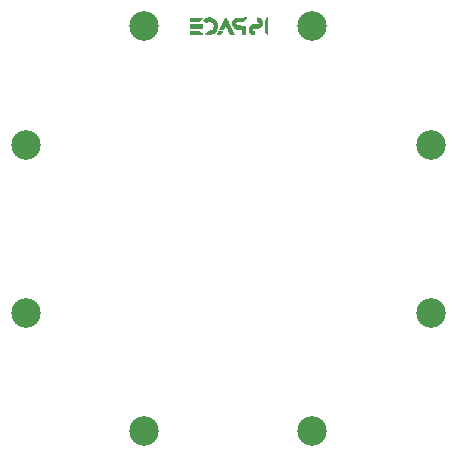
<source format=gbr>
%TF.GenerationSoftware,KiCad,Pcbnew,(5.1.6)-1*%
%TF.CreationDate,2025-07-06T20:41:09+05:30*%
%TF.ProjectId,Project_OAK_HEX_COVER_OUTER_V0,50726f6a-6563-4745-9f4f-414b5f484558,A*%
%TF.SameCoordinates,Original*%
%TF.FileFunction,Soldermask,Bot*%
%TF.FilePolarity,Negative*%
%FSLAX46Y46*%
G04 Gerber Fmt 4.6, Leading zero omitted, Abs format (unit mm)*
G04 Created by KiCad (PCBNEW (5.1.6)-1) date 2025-07-06 20:41:09*
%MOMM*%
%LPD*%
G01*
G04 APERTURE LIST*
%ADD10C,0.010000*%
%ADD11C,2.500000*%
G04 APERTURE END LIST*
D10*
%TO.C,G\u002A\u002A\u002A*%
G36*
X67178767Y-75899433D02*
G01*
X67945778Y-75899433D01*
X68096731Y-75751621D01*
X68247683Y-75603810D01*
X67178767Y-75603100D01*
X67178767Y-75899433D01*
G37*
X67178767Y-75899433D02*
X67945778Y-75899433D01*
X68096731Y-75751621D01*
X68247683Y-75603810D01*
X67178767Y-75603100D01*
X67178767Y-75899433D01*
G36*
X67178767Y-76470933D02*
G01*
X68194767Y-76470933D01*
X68194767Y-76153433D01*
X67178767Y-76153433D01*
X67178767Y-76470933D01*
G37*
X67178767Y-76470933D02*
X68194767Y-76470933D01*
X68194767Y-76153433D01*
X67178767Y-76153433D01*
X67178767Y-76470933D01*
G36*
X67178767Y-77021266D02*
G01*
X67686767Y-77021266D01*
X67846334Y-77021102D01*
X67968530Y-77020355D01*
X68058317Y-77018641D01*
X68120656Y-77015580D01*
X68160508Y-77010788D01*
X68182837Y-77003882D01*
X68192602Y-76994481D01*
X68194767Y-76982202D01*
X68194767Y-76982107D01*
X68179580Y-76950271D01*
X68139376Y-76901480D01*
X68082189Y-76845233D01*
X68069438Y-76833940D01*
X67944109Y-76724933D01*
X67178767Y-76724933D01*
X67178767Y-77021266D01*
G37*
X67178767Y-77021266D02*
X67686767Y-77021266D01*
X67846334Y-77021102D01*
X67968530Y-77020355D01*
X68058317Y-77018641D01*
X68120656Y-77015580D01*
X68160508Y-77010788D01*
X68182837Y-77003882D01*
X68192602Y-76994481D01*
X68194767Y-76982202D01*
X68194767Y-76982107D01*
X68179580Y-76950271D01*
X68139376Y-76901480D01*
X68082189Y-76845233D01*
X68069438Y-76833940D01*
X67944109Y-76724933D01*
X67178767Y-76724933D01*
X67178767Y-77021266D01*
G36*
X68647557Y-75621435D02*
G01*
X68506958Y-75677196D01*
X68401921Y-75751581D01*
X68311183Y-75833114D01*
X68410816Y-75933877D01*
X68464657Y-75986808D01*
X68498624Y-76013311D01*
X68521897Y-76017746D01*
X68543657Y-76004476D01*
X68549174Y-75999594D01*
X68624262Y-75951067D01*
X68719867Y-75915087D01*
X68814431Y-75899557D01*
X68822404Y-75899433D01*
X68932864Y-75919297D01*
X69037148Y-75973830D01*
X69126564Y-76055441D01*
X69192419Y-76156541D01*
X69222816Y-76249050D01*
X69223030Y-76358345D01*
X69187220Y-76465722D01*
X69121248Y-76563104D01*
X69030972Y-76642420D01*
X68922253Y-76695596D01*
X68892656Y-76703913D01*
X68833386Y-76724715D01*
X68760241Y-76759662D01*
X68682654Y-76802963D01*
X68610057Y-76848829D01*
X68551882Y-76891469D01*
X68517561Y-76925093D01*
X68512267Y-76937416D01*
X68531285Y-76955193D01*
X68580498Y-76975429D01*
X68648143Y-76994948D01*
X68722458Y-77010577D01*
X68791681Y-77019142D01*
X68817734Y-77019850D01*
X68898042Y-77011855D01*
X68980126Y-76994196D01*
X68988517Y-76991658D01*
X69103097Y-76947569D01*
X69194928Y-76890950D01*
X69282185Y-76810026D01*
X69301772Y-76788683D01*
X69387787Y-76672868D01*
X69442688Y-76547295D01*
X69469927Y-76402009D01*
X69474431Y-76291016D01*
X69455453Y-76114267D01*
X69400467Y-75958679D01*
X69310523Y-75826003D01*
X69186675Y-75717992D01*
X69100230Y-75667591D01*
X68952673Y-75615613D01*
X68798955Y-75600569D01*
X68647557Y-75621435D01*
G37*
X68647557Y-75621435D02*
X68506958Y-75677196D01*
X68401921Y-75751581D01*
X68311183Y-75833114D01*
X68410816Y-75933877D01*
X68464657Y-75986808D01*
X68498624Y-76013311D01*
X68521897Y-76017746D01*
X68543657Y-76004476D01*
X68549174Y-75999594D01*
X68624262Y-75951067D01*
X68719867Y-75915087D01*
X68814431Y-75899557D01*
X68822404Y-75899433D01*
X68932864Y-75919297D01*
X69037148Y-75973830D01*
X69126564Y-76055441D01*
X69192419Y-76156541D01*
X69222816Y-76249050D01*
X69223030Y-76358345D01*
X69187220Y-76465722D01*
X69121248Y-76563104D01*
X69030972Y-76642420D01*
X68922253Y-76695596D01*
X68892656Y-76703913D01*
X68833386Y-76724715D01*
X68760241Y-76759662D01*
X68682654Y-76802963D01*
X68610057Y-76848829D01*
X68551882Y-76891469D01*
X68517561Y-76925093D01*
X68512267Y-76937416D01*
X68531285Y-76955193D01*
X68580498Y-76975429D01*
X68648143Y-76994948D01*
X68722458Y-77010577D01*
X68791681Y-77019142D01*
X68817734Y-77019850D01*
X68898042Y-77011855D01*
X68980126Y-76994196D01*
X68988517Y-76991658D01*
X69103097Y-76947569D01*
X69194928Y-76890950D01*
X69282185Y-76810026D01*
X69301772Y-76788683D01*
X69387787Y-76672868D01*
X69442688Y-76547295D01*
X69469927Y-76402009D01*
X69474431Y-76291016D01*
X69455453Y-76114267D01*
X69400467Y-75958679D01*
X69310523Y-75826003D01*
X69186675Y-75717992D01*
X69100230Y-75667591D01*
X68952673Y-75615613D01*
X68798955Y-75600569D01*
X68647557Y-75621435D01*
G36*
X69532810Y-76862917D02*
G01*
X69499629Y-76931506D01*
X69475406Y-76984057D01*
X69464884Y-77010246D01*
X69464767Y-77011084D01*
X69484182Y-77016015D01*
X69535428Y-77019631D01*
X69608009Y-77021241D01*
X69618974Y-77021266D01*
X69773181Y-77021266D01*
X69841224Y-76883282D01*
X69874405Y-76814693D01*
X69898627Y-76762142D01*
X69909149Y-76735953D01*
X69909267Y-76735115D01*
X69889852Y-76730184D01*
X69838606Y-76726568D01*
X69766025Y-76724958D01*
X69755060Y-76724933D01*
X69600853Y-76724933D01*
X69532810Y-76862917D01*
G37*
X69532810Y-76862917D02*
X69499629Y-76931506D01*
X69475406Y-76984057D01*
X69464884Y-77010246D01*
X69464767Y-77011084D01*
X69484182Y-77016015D01*
X69535428Y-77019631D01*
X69608009Y-77021241D01*
X69618974Y-77021266D01*
X69773181Y-77021266D01*
X69841224Y-76883282D01*
X69874405Y-76814693D01*
X69898627Y-76762142D01*
X69909149Y-76735953D01*
X69909267Y-76735115D01*
X69889852Y-76730184D01*
X69838606Y-76726568D01*
X69766025Y-76724958D01*
X69755060Y-76724933D01*
X69600853Y-76724933D01*
X69532810Y-76862917D01*
G36*
X70172980Y-75632927D02*
G01*
X70168825Y-75637590D01*
X70152192Y-75665737D01*
X70120670Y-75724057D01*
X70077498Y-75806173D01*
X70025913Y-75905713D01*
X69969154Y-76016302D01*
X69910460Y-76131565D01*
X69853068Y-76245128D01*
X69800218Y-76350617D01*
X69755146Y-76441658D01*
X69721093Y-76511876D01*
X69701295Y-76554896D01*
X69697600Y-76565147D01*
X69717013Y-76570776D01*
X69768251Y-76574904D01*
X69840811Y-76576738D01*
X69851633Y-76576766D01*
X70005666Y-76576766D01*
X70187774Y-76209576D01*
X70283442Y-76387879D01*
X70334502Y-76484368D01*
X70395361Y-76601364D01*
X70456999Y-76721453D01*
X70493616Y-76793725D01*
X70608120Y-77021266D01*
X70756110Y-77021266D01*
X70831898Y-77018472D01*
X70884386Y-77010993D01*
X70904100Y-77000181D01*
X70904100Y-77000133D01*
X70894772Y-76977063D01*
X70868220Y-76920684D01*
X70826592Y-76835326D01*
X70772036Y-76725322D01*
X70706701Y-76595002D01*
X70632735Y-76448698D01*
X70552286Y-76290740D01*
X70551140Y-76288499D01*
X70458963Y-76108552D01*
X70383864Y-75963110D01*
X70323900Y-75848861D01*
X70277124Y-75762492D01*
X70241592Y-75700692D01*
X70215356Y-75660148D01*
X70196473Y-75637547D01*
X70182996Y-75629577D01*
X70172980Y-75632927D01*
G37*
X70172980Y-75632927D02*
X70168825Y-75637590D01*
X70152192Y-75665737D01*
X70120670Y-75724057D01*
X70077498Y-75806173D01*
X70025913Y-75905713D01*
X69969154Y-76016302D01*
X69910460Y-76131565D01*
X69853068Y-76245128D01*
X69800218Y-76350617D01*
X69755146Y-76441658D01*
X69721093Y-76511876D01*
X69701295Y-76554896D01*
X69697600Y-76565147D01*
X69717013Y-76570776D01*
X69768251Y-76574904D01*
X69840811Y-76576738D01*
X69851633Y-76576766D01*
X70005666Y-76576766D01*
X70187774Y-76209576D01*
X70283442Y-76387879D01*
X70334502Y-76484368D01*
X70395361Y-76601364D01*
X70456999Y-76721453D01*
X70493616Y-76793725D01*
X70608120Y-77021266D01*
X70756110Y-77021266D01*
X70831898Y-77018472D01*
X70884386Y-77010993D01*
X70904100Y-77000181D01*
X70904100Y-77000133D01*
X70894772Y-76977063D01*
X70868220Y-76920684D01*
X70826592Y-76835326D01*
X70772036Y-76725322D01*
X70706701Y-76595002D01*
X70632735Y-76448698D01*
X70552286Y-76290740D01*
X70551140Y-76288499D01*
X70458963Y-76108552D01*
X70383864Y-75963110D01*
X70323900Y-75848861D01*
X70277124Y-75762492D01*
X70241592Y-75700692D01*
X70215356Y-75660148D01*
X70196473Y-75637547D01*
X70182996Y-75629577D01*
X70172980Y-75632927D01*
G36*
X71536827Y-75606796D02*
G01*
X71390414Y-75609349D01*
X71279662Y-75612201D01*
X71197899Y-75616111D01*
X71138455Y-75621837D01*
X71094659Y-75630138D01*
X71059841Y-75641772D01*
X71027330Y-75657497D01*
X71010801Y-75666600D01*
X70911847Y-75744874D01*
X70839017Y-75848823D01*
X70793713Y-75969752D01*
X70777339Y-76098971D01*
X70791297Y-76227788D01*
X70836991Y-76347509D01*
X70888934Y-76421617D01*
X70948869Y-76481529D01*
X71012475Y-76524212D01*
X71088288Y-76552324D01*
X71184845Y-76568524D01*
X71310682Y-76575470D01*
X71385642Y-76576301D01*
X71644933Y-76576766D01*
X71644933Y-77021266D01*
X71898933Y-77021266D01*
X71898933Y-76280433D01*
X71547658Y-76280433D01*
X71396988Y-76279146D01*
X71282625Y-76274213D01*
X71198591Y-76264028D01*
X71138910Y-76246985D01*
X71097604Y-76221475D01*
X71068696Y-76185894D01*
X71049393Y-76146494D01*
X71034513Y-76091885D01*
X71046164Y-76044320D01*
X71054216Y-76028820D01*
X71094318Y-75976216D01*
X71151295Y-75938985D01*
X71231538Y-75915126D01*
X71341434Y-75902638D01*
X71467227Y-75899466D01*
X71702270Y-75899433D01*
X71835370Y-75749671D01*
X71968470Y-75599911D01*
X71536827Y-75606796D01*
G37*
X71536827Y-75606796D02*
X71390414Y-75609349D01*
X71279662Y-75612201D01*
X71197899Y-75616111D01*
X71138455Y-75621837D01*
X71094659Y-75630138D01*
X71059841Y-75641772D01*
X71027330Y-75657497D01*
X71010801Y-75666600D01*
X70911847Y-75744874D01*
X70839017Y-75848823D01*
X70793713Y-75969752D01*
X70777339Y-76098971D01*
X70791297Y-76227788D01*
X70836991Y-76347509D01*
X70888934Y-76421617D01*
X70948869Y-76481529D01*
X71012475Y-76524212D01*
X71088288Y-76552324D01*
X71184845Y-76568524D01*
X71310682Y-76575470D01*
X71385642Y-76576301D01*
X71644933Y-76576766D01*
X71644933Y-77021266D01*
X71898933Y-77021266D01*
X71898933Y-76280433D01*
X71547658Y-76280433D01*
X71396988Y-76279146D01*
X71282625Y-76274213D01*
X71198591Y-76264028D01*
X71138910Y-76246985D01*
X71097604Y-76221475D01*
X71068696Y-76185894D01*
X71049393Y-76146494D01*
X71034513Y-76091885D01*
X71046164Y-76044320D01*
X71054216Y-76028820D01*
X71094318Y-75976216D01*
X71151295Y-75938985D01*
X71231538Y-75915126D01*
X71341434Y-75902638D01*
X71467227Y-75899466D01*
X71702270Y-75899433D01*
X71835370Y-75749671D01*
X71968470Y-75599911D01*
X71536827Y-75606796D01*
G36*
X72893767Y-75749575D02*
G01*
X72895531Y-75831310D01*
X72902224Y-75880123D01*
X72915946Y-75905329D01*
X72930808Y-75913898D01*
X73000174Y-75953845D01*
X73035379Y-76007462D01*
X73034356Y-76066649D01*
X72995037Y-76123306D01*
X72986162Y-76130730D01*
X72955963Y-76150529D01*
X72919501Y-76163374D01*
X72867375Y-76170704D01*
X72790188Y-76173960D01*
X72699732Y-76174600D01*
X72567974Y-76177443D01*
X72469165Y-76187849D01*
X72394187Y-76208627D01*
X72333925Y-76242588D01*
X72279261Y-76292544D01*
X72264618Y-76308752D01*
X72194390Y-76419780D01*
X72161342Y-76547538D01*
X72163498Y-76661294D01*
X72198908Y-76784539D01*
X72265027Y-76887962D01*
X72355750Y-76965169D01*
X72464970Y-77009768D01*
X72502319Y-77016051D01*
X72597433Y-77026772D01*
X72597433Y-76875852D01*
X72596331Y-76797118D01*
X72591346Y-76751717D01*
X72579960Y-76730674D01*
X72559654Y-76725012D01*
X72555100Y-76724933D01*
X72509022Y-76710567D01*
X72470433Y-76682600D01*
X72438721Y-76636521D01*
X72428100Y-76597933D01*
X72442466Y-76551854D01*
X72470433Y-76513266D01*
X72495129Y-76493720D01*
X72528217Y-76481214D01*
X72578898Y-76474239D01*
X72656376Y-76471290D01*
X72729725Y-76470815D01*
X72831953Y-76468448D01*
X72927874Y-76462190D01*
X73003396Y-76453138D01*
X73031350Y-76447307D01*
X73130218Y-76399326D01*
X73214184Y-76318778D01*
X73275128Y-76214882D01*
X73297175Y-76145569D01*
X73309645Y-76007834D01*
X73286010Y-75881563D01*
X73229748Y-75772470D01*
X73144336Y-75686268D01*
X73033251Y-75628672D01*
X72973142Y-75613104D01*
X72893767Y-75598389D01*
X72893767Y-75749575D01*
G37*
X72893767Y-75749575D02*
X72895531Y-75831310D01*
X72902224Y-75880123D01*
X72915946Y-75905329D01*
X72930808Y-75913898D01*
X73000174Y-75953845D01*
X73035379Y-76007462D01*
X73034356Y-76066649D01*
X72995037Y-76123306D01*
X72986162Y-76130730D01*
X72955963Y-76150529D01*
X72919501Y-76163374D01*
X72867375Y-76170704D01*
X72790188Y-76173960D01*
X72699732Y-76174600D01*
X72567974Y-76177443D01*
X72469165Y-76187849D01*
X72394187Y-76208627D01*
X72333925Y-76242588D01*
X72279261Y-76292544D01*
X72264618Y-76308752D01*
X72194390Y-76419780D01*
X72161342Y-76547538D01*
X72163498Y-76661294D01*
X72198908Y-76784539D01*
X72265027Y-76887962D01*
X72355750Y-76965169D01*
X72464970Y-77009768D01*
X72502319Y-77016051D01*
X72597433Y-77026772D01*
X72597433Y-76875852D01*
X72596331Y-76797118D01*
X72591346Y-76751717D01*
X72579960Y-76730674D01*
X72559654Y-76725012D01*
X72555100Y-76724933D01*
X72509022Y-76710567D01*
X72470433Y-76682600D01*
X72438721Y-76636521D01*
X72428100Y-76597933D01*
X72442466Y-76551854D01*
X72470433Y-76513266D01*
X72495129Y-76493720D01*
X72528217Y-76481214D01*
X72578898Y-76474239D01*
X72656376Y-76471290D01*
X72729725Y-76470815D01*
X72831953Y-76468448D01*
X72927874Y-76462190D01*
X73003396Y-76453138D01*
X73031350Y-76447307D01*
X73130218Y-76399326D01*
X73214184Y-76318778D01*
X73275128Y-76214882D01*
X73297175Y-76145569D01*
X73309645Y-76007834D01*
X73286010Y-75881563D01*
X73229748Y-75772470D01*
X73144336Y-75686268D01*
X73033251Y-75628672D01*
X72973142Y-75613104D01*
X72893767Y-75598389D01*
X72893767Y-75749575D01*
G36*
X73633639Y-75707672D02*
G01*
X73528767Y-75822828D01*
X73528767Y-76801537D01*
X73633639Y-76916693D01*
X73738512Y-77031850D01*
X73738512Y-75592517D01*
X73633639Y-75707672D01*
G37*
X73633639Y-75707672D02*
X73528767Y-75822828D01*
X73528767Y-76801537D01*
X73633639Y-76916693D01*
X73738512Y-77031850D01*
X73738512Y-75592517D01*
X73633639Y-75707672D01*
%TD*%
D11*
%TO.C,REF\u002A\u002A*%
X87630000Y-86360000D03*
%TD*%
%TO.C,REF\u002A\u002A*%
X87630000Y-100584000D03*
%TD*%
%TO.C,REF\u002A\u002A*%
X77571600Y-110642400D03*
%TD*%
%TO.C,REF\u002A\u002A*%
X63347600Y-110642400D03*
%TD*%
%TO.C,REF\u002A\u002A*%
X53289200Y-100584000D03*
%TD*%
%TO.C,REF\u002A\u002A*%
X53289200Y-86360000D03*
%TD*%
%TO.C,REF\u002A\u002A*%
X63347600Y-76301600D03*
%TD*%
%TO.C,REF\u002A\u002A*%
X77571600Y-76301600D03*
%TD*%
M02*

</source>
